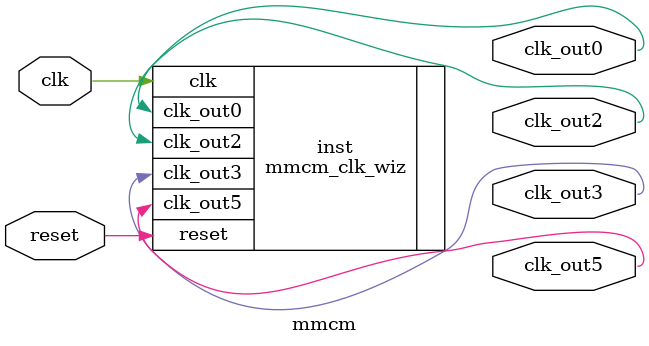
<source format=v>


`timescale 1ps/1ps

(* CORE_GENERATION_INFO = "mmcm,clk_wiz_v6_0_9_0_0,{component_name=mmcm,use_phase_alignment=true,use_min_o_jitter=false,use_max_i_jitter=false,use_dyn_phase_shift=false,use_inclk_switchover=false,use_dyn_reconfig=false,enable_axi=0,feedback_source=FDBK_AUTO,PRIMITIVE=MMCM,num_out_clk=4,clkin1_period=10.000,clkin2_period=10.000,use_power_down=false,use_reset=true,use_locked=false,use_inclk_stopped=false,feedback_type=SINGLE,CLOCK_MGR_TYPE=NA,manual_override=false}" *)

module mmcm 
 (
  // Clock out ports
  output        clk_out0,
  output        clk_out2,
  output        clk_out3,
  output        clk_out5,
  // Status and control signals
  input         reset,
 // Clock in ports
  input         clk
 );

  mmcm_clk_wiz inst
  (
  // Clock out ports  
  .clk_out0(clk_out0),
  .clk_out2(clk_out2),
  .clk_out3(clk_out3),
  .clk_out5(clk_out5),
  // Status and control signals               
  .reset(reset), 
 // Clock in ports
  .clk(clk)
  );

endmodule

</source>
